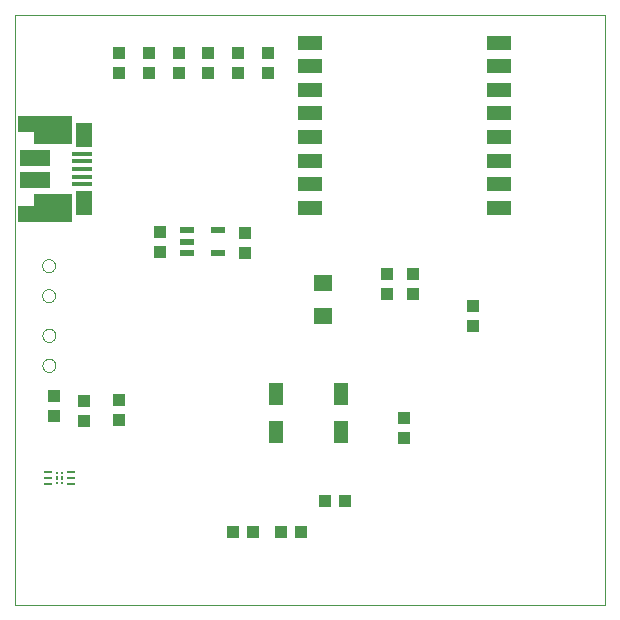
<source format=gbp>
G75*
%MOIN*%
%OFA0B0*%
%FSLAX24Y24*%
%IPPOS*%
%LPD*%
%AMOC8*
5,1,8,0,0,1.08239X$1,22.5*
%
%ADD10C,0.0000*%
%ADD11R,0.0630X0.0551*%
%ADD12R,0.0394X0.0433*%
%ADD13R,0.0433X0.0394*%
%ADD14R,0.0472X0.0217*%
%ADD15R,0.0512X0.0748*%
%ADD16R,0.0673X0.0157*%
%ADD17R,0.0575X0.0787*%
%ADD18R,0.0984X0.0541*%
%ADD19R,0.1252X0.0962*%
%ADD20R,0.1252X0.0962*%
%ADD21R,0.0544X0.0530*%
%ADD22R,0.0544X0.0530*%
%ADD23R,0.0276X0.0110*%
%ADD24R,0.0098X0.0098*%
%ADD25R,0.0098X0.0118*%
%ADD26R,0.0787X0.0512*%
D10*
X000350Y000350D02*
X000350Y020035D01*
X020035Y020035D01*
X020035Y000350D01*
X000350Y000350D01*
X001267Y008344D02*
X001269Y008373D01*
X001275Y008401D01*
X001284Y008429D01*
X001297Y008455D01*
X001314Y008478D01*
X001333Y008500D01*
X001355Y008519D01*
X001380Y008534D01*
X001406Y008547D01*
X001434Y008555D01*
X001462Y008560D01*
X001491Y008561D01*
X001520Y008558D01*
X001548Y008551D01*
X001575Y008541D01*
X001601Y008527D01*
X001624Y008510D01*
X001645Y008490D01*
X001663Y008467D01*
X001678Y008442D01*
X001689Y008415D01*
X001697Y008387D01*
X001701Y008358D01*
X001701Y008330D01*
X001697Y008301D01*
X001689Y008273D01*
X001678Y008246D01*
X001663Y008221D01*
X001645Y008198D01*
X001624Y008178D01*
X001601Y008161D01*
X001575Y008147D01*
X001548Y008137D01*
X001520Y008130D01*
X001491Y008127D01*
X001462Y008128D01*
X001434Y008133D01*
X001406Y008141D01*
X001380Y008154D01*
X001355Y008169D01*
X001333Y008188D01*
X001314Y008210D01*
X001297Y008233D01*
X001284Y008259D01*
X001275Y008287D01*
X001269Y008315D01*
X001267Y008344D01*
X001267Y009344D02*
X001269Y009373D01*
X001275Y009401D01*
X001284Y009429D01*
X001297Y009455D01*
X001314Y009478D01*
X001333Y009500D01*
X001355Y009519D01*
X001380Y009534D01*
X001406Y009547D01*
X001434Y009555D01*
X001462Y009560D01*
X001491Y009561D01*
X001520Y009558D01*
X001548Y009551D01*
X001575Y009541D01*
X001601Y009527D01*
X001624Y009510D01*
X001645Y009490D01*
X001663Y009467D01*
X001678Y009442D01*
X001689Y009415D01*
X001697Y009387D01*
X001701Y009358D01*
X001701Y009330D01*
X001697Y009301D01*
X001689Y009273D01*
X001678Y009246D01*
X001663Y009221D01*
X001645Y009198D01*
X001624Y009178D01*
X001601Y009161D01*
X001575Y009147D01*
X001548Y009137D01*
X001520Y009130D01*
X001491Y009127D01*
X001462Y009128D01*
X001434Y009133D01*
X001406Y009141D01*
X001380Y009154D01*
X001355Y009169D01*
X001333Y009188D01*
X001314Y009210D01*
X001297Y009233D01*
X001284Y009259D01*
X001275Y009287D01*
X001269Y009315D01*
X001267Y009344D01*
X001259Y010670D02*
X001261Y010699D01*
X001267Y010727D01*
X001276Y010755D01*
X001289Y010781D01*
X001306Y010804D01*
X001325Y010826D01*
X001347Y010845D01*
X001372Y010860D01*
X001398Y010873D01*
X001426Y010881D01*
X001454Y010886D01*
X001483Y010887D01*
X001512Y010884D01*
X001540Y010877D01*
X001567Y010867D01*
X001593Y010853D01*
X001616Y010836D01*
X001637Y010816D01*
X001655Y010793D01*
X001670Y010768D01*
X001681Y010741D01*
X001689Y010713D01*
X001693Y010684D01*
X001693Y010656D01*
X001689Y010627D01*
X001681Y010599D01*
X001670Y010572D01*
X001655Y010547D01*
X001637Y010524D01*
X001616Y010504D01*
X001593Y010487D01*
X001567Y010473D01*
X001540Y010463D01*
X001512Y010456D01*
X001483Y010453D01*
X001454Y010454D01*
X001426Y010459D01*
X001398Y010467D01*
X001372Y010480D01*
X001347Y010495D01*
X001325Y010514D01*
X001306Y010536D01*
X001289Y010559D01*
X001276Y010585D01*
X001267Y010613D01*
X001261Y010641D01*
X001259Y010670D01*
X001259Y011670D02*
X001261Y011699D01*
X001267Y011727D01*
X001276Y011755D01*
X001289Y011781D01*
X001306Y011804D01*
X001325Y011826D01*
X001347Y011845D01*
X001372Y011860D01*
X001398Y011873D01*
X001426Y011881D01*
X001454Y011886D01*
X001483Y011887D01*
X001512Y011884D01*
X001540Y011877D01*
X001567Y011867D01*
X001593Y011853D01*
X001616Y011836D01*
X001637Y011816D01*
X001655Y011793D01*
X001670Y011768D01*
X001681Y011741D01*
X001689Y011713D01*
X001693Y011684D01*
X001693Y011656D01*
X001689Y011627D01*
X001681Y011599D01*
X001670Y011572D01*
X001655Y011547D01*
X001637Y011524D01*
X001616Y011504D01*
X001593Y011487D01*
X001567Y011473D01*
X001540Y011463D01*
X001512Y011456D01*
X001483Y011453D01*
X001454Y011454D01*
X001426Y011459D01*
X001398Y011467D01*
X001372Y011480D01*
X001347Y011495D01*
X001325Y011514D01*
X001306Y011536D01*
X001289Y011559D01*
X001276Y011585D01*
X001267Y011613D01*
X001261Y011641D01*
X001259Y011670D01*
D11*
X010635Y011106D03*
X010635Y010003D03*
D12*
X012755Y010712D03*
X012755Y011381D03*
X013618Y011377D03*
X013618Y010708D03*
X008032Y012093D03*
X008032Y012762D03*
X005179Y012786D03*
X005179Y012117D03*
X003814Y018089D03*
X003814Y018758D03*
X006789Y018758D03*
X006789Y018089D03*
D13*
X007787Y018089D03*
X008807Y018089D03*
X008807Y018758D03*
X007787Y018758D03*
X005812Y018758D03*
X004812Y018758D03*
X004812Y018089D03*
X005812Y018089D03*
X015613Y010319D03*
X015613Y009650D03*
X013327Y006585D03*
X013327Y005916D03*
X011372Y003824D03*
X010703Y003824D03*
X009905Y002795D03*
X009236Y002795D03*
X008277Y002805D03*
X007608Y002805D03*
X003812Y006508D03*
X002669Y006501D03*
X001656Y006643D03*
X001656Y007312D03*
X002669Y007170D03*
X003812Y007177D03*
D14*
X006095Y012096D03*
X006095Y012470D03*
X006095Y012844D03*
X007119Y012844D03*
X007119Y012096D03*
D15*
X009049Y007385D03*
X011214Y007385D03*
X011214Y006125D03*
X009049Y006125D03*
D16*
X002598Y014382D03*
X002598Y014638D03*
X002598Y014894D03*
X002598Y015150D03*
X002598Y015406D03*
D17*
X002649Y016036D03*
X002649Y013752D03*
D18*
X001011Y014525D03*
X001011Y015263D03*
D19*
X001633Y013601D03*
D20*
X001633Y016182D03*
D21*
X000734Y013384D03*
D22*
X000734Y016396D03*
D23*
X001461Y004797D03*
X001461Y004600D03*
X001461Y004403D03*
X002239Y004403D03*
X002239Y004600D03*
X002239Y004797D03*
D24*
X001939Y004767D03*
X001761Y004767D03*
X001761Y004433D03*
X001939Y004433D03*
D25*
X001939Y004600D03*
X001761Y004600D03*
D26*
X010200Y013594D03*
X010200Y014381D03*
X010200Y015169D03*
X010200Y015956D03*
X010200Y016744D03*
X010200Y017531D03*
X010200Y018319D03*
X010200Y019106D03*
X016500Y019106D03*
X016500Y018319D03*
X016500Y017531D03*
X016500Y016744D03*
X016500Y015956D03*
X016500Y015169D03*
X016500Y014381D03*
X016500Y013594D03*
M02*

</source>
